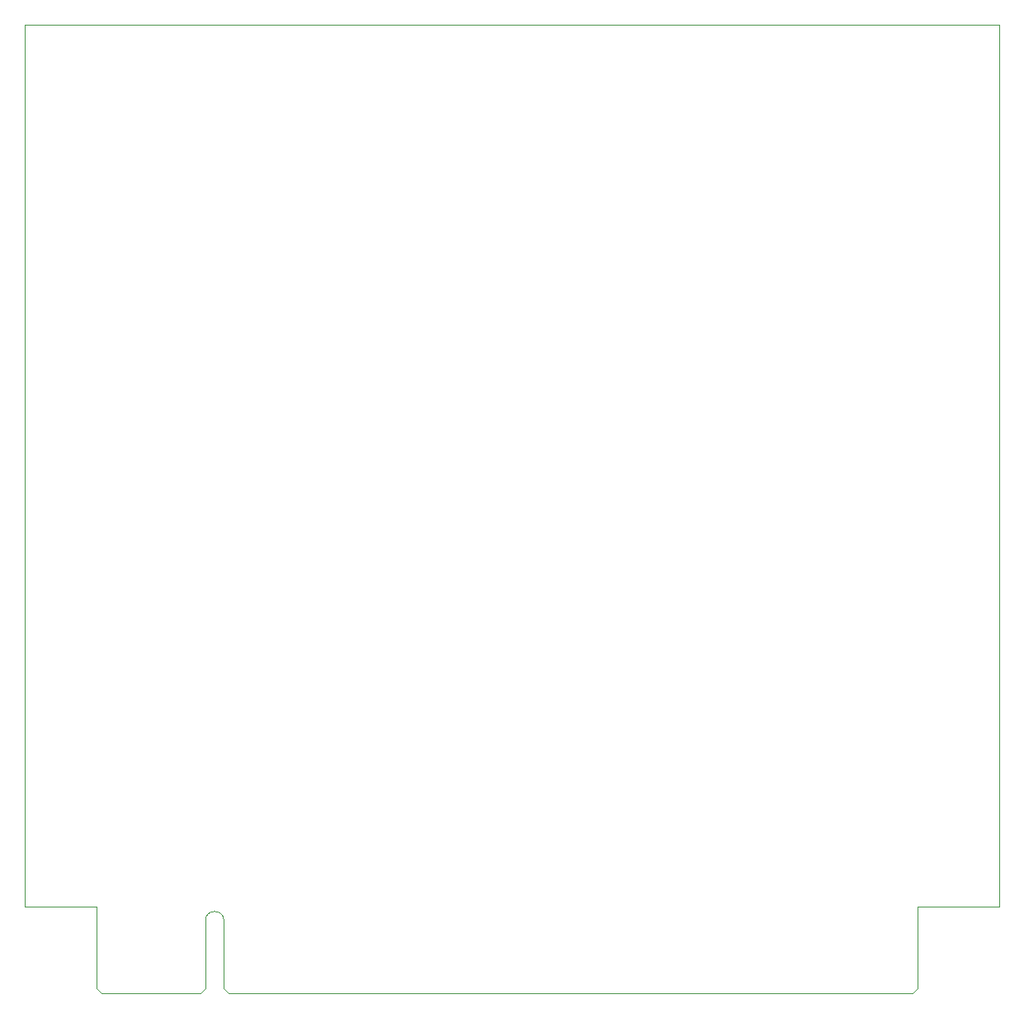
<source format=gbr>
%TF.GenerationSoftware,KiCad,Pcbnew,9.0.5*%
%TF.CreationDate,2025-11-19T18:16:15+02:00*%
%TF.ProjectId,interface,696e7465-7266-4616-9365-2e6b69636164,rev?*%
%TF.SameCoordinates,Original*%
%TF.FileFunction,Profile,NP*%
%FSLAX46Y46*%
G04 Gerber Fmt 4.6, Leading zero omitted, Abs format (unit mm)*
G04 Created by KiCad (PCBNEW 9.0.5) date 2025-11-19 18:16:15*
%MOMM*%
%LPD*%
G01*
G04 APERTURE LIST*
%TA.AperFunction,Profile*%
%ADD10C,0.050000*%
%TD*%
%TA.AperFunction,Profile*%
%ADD11C,0.100000*%
%TD*%
G04 APERTURE END LIST*
D10*
X177300000Y-113650000D02*
X177300000Y-113125000D01*
X85650000Y-113125000D02*
X93000000Y-113125000D01*
X85650000Y-113125000D02*
X85650000Y-22625000D01*
X177300000Y-113125000D02*
X185650000Y-113125000D01*
X93000000Y-113650000D02*
X93000000Y-113125000D01*
X185650000Y-22625000D02*
X185650000Y-113125000D01*
X185650000Y-22625000D02*
X85650000Y-22625000D01*
D11*
%TO.C,BC1*%
X93000000Y-113650000D02*
X93000000Y-121550000D01*
X93000000Y-121550000D02*
X93500000Y-122050000D01*
X93500000Y-122050000D02*
X103700000Y-122050000D01*
X104200000Y-114600000D02*
X104200000Y-121550000D01*
X104200000Y-121550000D02*
X103700000Y-122050000D01*
X106100000Y-114600000D02*
X106100000Y-121550000D01*
X106100000Y-121550000D02*
X106600000Y-122050000D01*
X106600000Y-122050000D02*
X176800000Y-122050000D01*
X177300000Y-113650000D02*
X177300000Y-121550000D01*
X177300000Y-121550000D02*
X176800000Y-122050000D01*
X104200000Y-114600000D02*
G75*
G02*
X106100000Y-114600000I950000J0D01*
G01*
%TD*%
M02*

</source>
